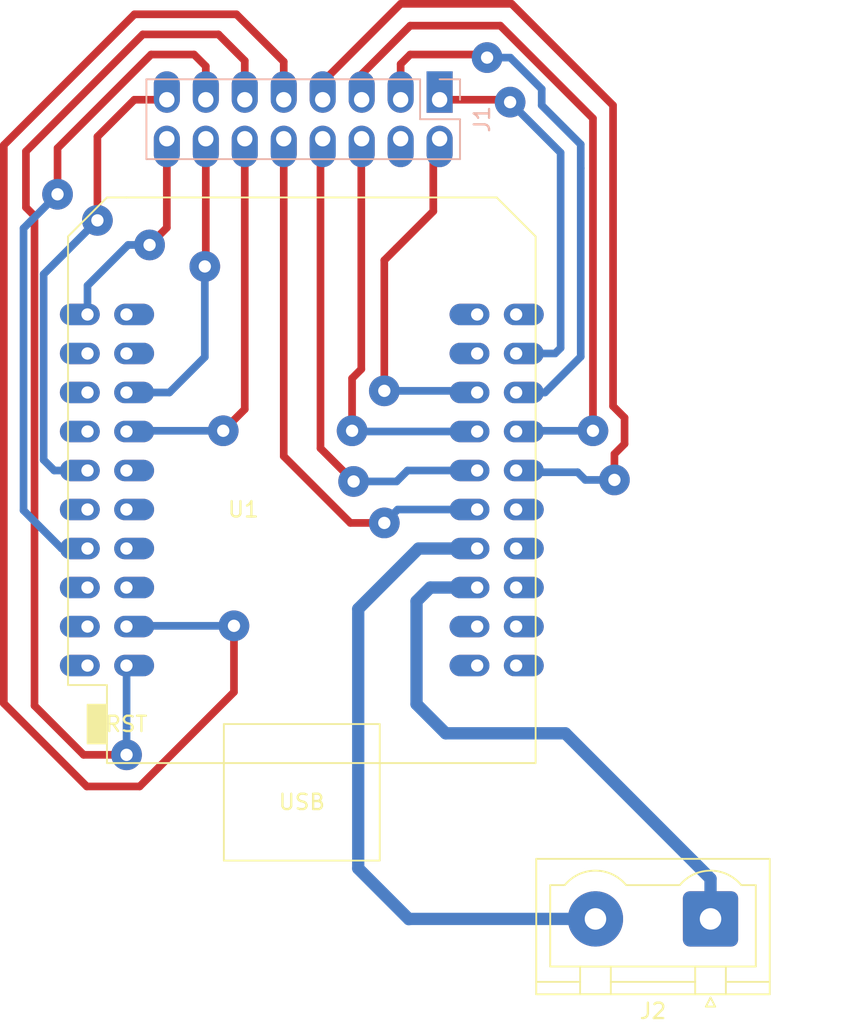
<source format=kicad_pcb>
(kicad_pcb (version 20211014) (generator pcbnew)
  (layers (0 "F.Cu" signal) (31 "B.Cu" signal) (34 "B.Paste" user) (35 "F.Paste" user) (36 "B.SilkS" user "B.Silkscreen") (37 "F.SilkS" user "F.Silkscreen") (38 "B.Mask" user) (39 "F.Mask" user) (44 "Edge.Cuts" user))
  (net 0 "")
  (net 1 "Net-(J2-Pad1)")
  (net 2 "Net-(J1-Pad1)")
  (net 8 "Net-(U1-Pad13)")
  (net 13 "Net-(J1-Pad2)")
  (net 14 "Net-(J1-Pad3)")
  (net 18 "Net-(J1-Pad5)")
  (net 19 "Net-(J1-Pad6)")
  (net 20 "Net-(J1-Pad7)")
  (net 22 "Net-(J1-Pad8)")
  (net 23 "Net-(U1-Pad20)")
  (net 24 "Net-(J1-Pad10)")
  (net 25 "Net-(U1-Pad9)")
  (net 26 "Net-(J1-Pad12)")
  (net 27 "Net-(J1-Pad14)")
  (net 28 "Net-(U1-Pad18)")
  (net 29 "Net-(J1-Pad16)")
  (footprint "Connector_Phoenix_GMSTB:PhoenixContact_GMSTBVA_2,5_2-G_1x02_P7.50mm_Vertical" (layer "F.Cu") (at 151.264 138.684 180)
    (fp_text reference "J2" (at 3.75 -6) (layer "F.SilkS"))
    (fp_text value "Power")
    (fp_line (start 0 -5.11) (end -0.3 -5.71) (layer "F.SilkS") (width 0.12))
    (fp_line (start 8.5 -3.1) (end 6.5 -3.1) (layer "F.SilkS") (width 0.12))
    (fp_line (start -1 -3.1) (end -1 -4.91) (layer "F.SilkS") (width 0.12))
    (fp_line (start 10.45 -3.1) (end 10.45 2.2) (layer "F.SilkS") (width 0.12))
    (fp_line (start 11.36 -4.91) (end -3.86 -4.91) (layer "F.SilkS") (width 0.12))
    (fp_line (start 2 2.2) (end 5.5 2.2) (layer "F.SilkS") (width 0.12))
    (fp_line (start -1 -4.91) (end 1 -4.91) (layer "F.SilkS") (width 0.12))
    (fp_line (start -2.95 2.2) (end -2.95 -3.1) (layer "F.SilkS") (width 0.12))
    (fp_line (start -3.86 -4.91) (end -3.86 3.91) (layer "F.SilkS") (width 0.12))
    (fp_line (start 1 -3.1) (end -1 -3.1) (layer "F.SilkS") (width 0.12))
    (fp_line (start 10.45 2.2) (end 9.5 2.2) (layer "F.SilkS") (width 0.12))
    (fp_line (start 6.5 -4.91) (end 8.5 -4.91) (layer "F.SilkS") (width 0.12))
    (fp_line (start -0.3 -5.71) (end 0.3 -5.71) (layer "F.SilkS") (width 0.12))
    (fp_line (start 1 -4.1) (end 6.5 -4.1) (layer "F.SilkS") (width 0.12))
    (fp_line (start 6.5 -3.1) (end 6.5 -4.91) (layer "F.SilkS") (width 0.12))
    (fp_line (start -2.95 -3.1) (end 10.45 -3.1) (layer "F.SilkS") (width 0.12))
    (fp_line (start -3.86 -4.1) (end -1.11 -4.1) (layer "F.SilkS") (width 0.12))
    (fp_line (start 1 -4.91) (end 1 -3.1) (layer "F.SilkS") (width 0.12))
    (fp_line (start -3.86 3.91) (end 11.36 3.91) (layer "F.SilkS") (width 0.12))
    (fp_line (start 11.36 -4.1) (end 8.61 -4.1) (layer "F.SilkS") (width 0.12))
    (fp_line (start 0.3 -5.71) (end 0 -5.11) (layer "F.SilkS") (width 0.12))
    (fp_line (start 8.5 -4.91) (end 8.5 -3.1) (layer "F.SilkS") (width 0.12))
    (fp_line (start 11.36 3.91) (end 11.36 -4.91) (layer "F.SilkS") (width 0.12))
    (fp_line (start -2 2.2) (end -2.95 2.2) (layer "F.SilkS") (width 0.12))
    (fp_arc (start 1.986842 2.215821) (mid -0.010289 3.142758) (end -2 2.2) (layer "F.SilkS") (width 0.12))
    (fp_arc (start 9.486842 2.215821) (mid 7.489711 3.142758) (end 5.5 2.2) (layer "F.SilkS") (width 0.12))
    (pad "1" thru_hole roundrect (at 0 0 180) (size 3.6 3.6) (drill 1.4) (layers *.Cu *.Mask) (roundrect_rratio 0.125) (net 1 "Net-(J2-Pad1)"))
    (pad "2" thru_hole oval (at 7.5 0 180) (size 3.6 3.6) (drill 1.4) (layers *.Cu *.Mask) (net 29 "Net-(J1-Pad16)"))
  )
  (footprint "ESP32_mini:ESP32_mini" (layer "F.Cu") (at 124.623 110.757)
    (fp_text reference "U1" (at -3.81 1.27) (layer "F.SilkS"))
    (fp_text value "mini_esp32")
    (fp_text user "USB" (at 0 20.32) (layer "F.SilkS"))
    (fp_text user "RST" (at -11.43 15.24) (layer "F.SilkS"))
    (fp_line (start 5.08 15.24) (end 5.08 17.78) (layer "F.SilkS") (width 0.12))
    (fp_line (start -15.24 12.7) (end -12.7 12.7) (layer "F.SilkS") (width 0.12))
    (fp_line (start -5.08 15.24) (end 5.08 15.24) (layer "F.SilkS") (width 0.12))
    (fp_line (start -12.7 17.78) (end 15.24 17.78) (layer "F.SilkS") (width 0.12))
    (fp_line (start -5.08 17.78) (end -5.08 15.24) (layer "F.SilkS") (width 0.12))
    (fp_line (start -12.7 12.7) (end -12.7 17.78) (layer "F.SilkS") (width 0.12))
    (fp_line (start -5.08 17.78) (end -5.08 24.13) (layer "F.SilkS") (width 0.12))
    (fp_line (start 12.7 -19.05) (end -11.43 -19.05) (layer "F.SilkS") (width 0.12))
    (fp_line (start 15.24 -16.51) (end 15.24 17.78) (layer "F.SilkS") (width 0.12))
    (fp_line (start 12.7 -19.05) (end 15.24 -16.51) (layer "F.SilkS") (width 0.12))
    (fp_line (start 5.08 24.13) (end 5.08 17.78) (layer "F.SilkS") (width 0.12))
    (fp_line (start -5.08 24.13) (end 5.08 24.13) (layer "F.SilkS") (width 0.12))
    (fp_line (start -12.7 -19.05) (end -11.43 -19.05) (layer "F.SilkS") (width 0.12))
    (fp_line (start -15.24 -16.51) (end -15.24 12.7) (layer "F.SilkS") (width 0.12))
    (fp_line (start -12.7 -19.05) (end -15.24 -16.51) (layer "F.SilkS") (width 0.12))
    (fp_poly (pts (xy -13.97 16.51) (xy -13.97 13.97) (xy -12.7 13.97) (xy -12.7 16.51)) (layer "F.SilkS") (width 0.1) (fill solid))
    (pad "1" thru_hole oval locked (at -13.97 -11.43 270) (size 1.4 2.6) (drill 0.8 (offset 0 0.5)) (layers *.Cu *.Mask) (net 29 "Net-(J1-Pad16)"))
    (pad "2" thru_hole oval locked (at -11.43 -11.43 270) (size 1.4 2.6) (drill 0.8 (offset 0 -0.5)) (layers *.Cu *.Mask))
    (pad "3" thru_hole oval locked (at -13.97 -8.89 270) (size 1.4 2.6) (drill 0.8 (offset 0 0.5)) (layers *.Cu *.Mask))
    (pad "4" thru_hole oval locked (at -11.43 -8.89 270) (size 1.4 2.6) (drill 0.8 (offset 0 -0.5)) (layers *.Cu *.Mask))
    (pad "5" thru_hole oval locked (at -13.97 -6.35 270) (size 1.4 2.6) (drill 0.8 (offset 0 0.5)) (layers *.Cu *.Mask))
    (pad "6" thru_hole oval locked (at -11.43 -6.35 270) (size 1.4 2.6) (drill 0.8 (offset 0 -0.5)) (layers *.Cu *.Mask) (net 27 "Net-(J1-Pad14)"))
    (pad "7" thru_hole oval locked (at -13.97 -3.81 270) (size 1.4 2.6) (drill 0.8 (offset 0 0.5)) (layers *.Cu *.Mask))
    (pad "8" thru_hole oval locked (at -11.43 -3.81 270) (size 1.4 2.6) (drill 0.8 (offset 0 -0.5)) (layers *.Cu *.Mask) (net 26 "Net-(J1-Pad12)"))
    (pad "9" thru_hole oval locked (at -13.97 -1.27 270) (size 1.4 2.6) (drill 0.8 (offset 0 0.5)) (layers *.Cu *.Mask) (net 25 "Net-(U1-Pad9)"))
    (pad "10" thru_hole oval locked (at -11.43 -1.27 270) (size 1.4 2.6) (drill 0.8 (offset 0 -0.5)) (layers *.Cu *.Mask))
    (pad "11" thru_hole oval locked (at -13.97 1.27 270) (size 1.4 2.6) (drill 0.8 (offset 0 0.5)) (layers *.Cu *.Mask))
    (pad "12" thru_hole oval locked (at -11.43 1.27 270) (size 1.4 2.6) (drill 0.8 (offset 0 -0.5)) (layers *.Cu *.Mask))
    (pad "13" thru_hole oval locked (at -13.97 3.81 270) (size 1.4 2.6) (drill 0.8 (offset 0 0.5)) (layers *.Cu *.Mask) (net 8 "Net-(U1-Pad13)"))
    (pad "14" thru_hole oval locked (at -11.43 3.81 270) (size 1.4 2.6) (drill 0.8 (offset 0 -0.5)) (layers *.Cu *.Mask))
    (pad "15" thru_hole oval locked (at -13.97 6.35 270) (size 1.4 2.6) (drill 0.8 (offset 0 0.5)) (layers *.Cu *.Mask))
    (pad "16" thru_hole oval locked (at -11.43 6.35 270) (size 1.4 2.6) (drill 0.8 (offset 0 -0.5)) (layers *.Cu *.Mask))
    (pad "17" thru_hole oval locked (at -13.97 8.89 270) (size 1.4 2.6) (drill 0.8 (offset 0 0.5)) (layers *.Cu *.Mask))
    (pad "18" thru_hole oval locked (at -11.43 8.89 270) (size 1.4 2.6) (drill 0.8 (offset 0 -0.5)) (layers *.Cu *.Mask) (net 28 "Net-(U1-Pad18)"))
    (pad "19" thru_hole oval locked (at -13.97 11.43 270) (size 1.4 2.6) (drill 0.8 (offset 0 0.5)) (layers *.Cu *.Mask))
    (pad "20" thru_hole oval locked (at -11.43 11.43 270) (size 1.4 2.6) (drill 0.8 (offset 0 -0.5)) (layers *.Cu *.Mask) (net 23 "Net-(U1-Pad20)"))
    (pad "21" thru_hole oval locked (at 11.43 -11.43 270) (size 1.4 2.6) (drill 0.8 (offset 0 0.5)) (layers *.Cu *.Mask))
    (pad "22" thru_hole oval locked (at 13.97 -11.43 270) (size 1.4 2.6) (drill 0.8 (offset 0 -0.5)) (layers *.Cu *.Mask) (net 29 "Net-(J1-Pad16)"))
    (pad "23" thru_hole oval locked (at 11.43 -8.89 270) (size 1.4 2.6) (drill 0.8 (offset 0 0.5)) (layers *.Cu *.Mask))
    (pad "24" thru_hole oval locked (at 13.97 -8.89 270) (size 1.4 2.6) (drill 0.8 (offset 0 -0.5)) (layers *.Cu *.Mask) (net 2 "Net-(J1-Pad1)"))
    (pad "25" thru_hole oval locked (at 11.43 -6.35 270) (size 1.4 2.6) (drill 0.8 (offset 0 0.5)) (layers *.Cu *.Mask) (net 13 "Net-(J1-Pad2)"))
    (pad "26" thru_hole oval locked (at 13.97 -6.35 270) (size 1.4 2.6) (drill 0.8 (offset 0 -0.5)) (layers *.Cu *.Mask) (net 14 "Net-(J1-Pad3)"))
    (pad "27" thru_hole oval locked (at 11.43 -3.81 270) (size 1.4 2.6) (drill 0.8 (offset 0 0.5)) (layers *.Cu *.Mask) (net 19 "Net-(J1-Pad6)"))
    (pad "28" thru_hole oval locked (at 13.97 -3.81 270) (size 1.4 2.6) (drill 0.8 (offset 0 -0.5)) (layers *.Cu *.Mask) (net 18 "Net-(J1-Pad5)"))
    (pad "29" thru_hole oval locked (at 11.43 -1.27 270) (size 1.4 2.6) (drill 0.8 (offset 0 0.5)) (layers *.Cu *.Mask) (net 22 "Net-(J1-Pad8)"))
    (pad "30" thru_hole oval locked (at 13.97 -1.27 270) (size 1.4 2.6) (drill 0.8 (offset 0 -0.5)) (layers *.Cu *.Mask) (net 20 "Net-(J1-Pad7)"))
    (pad "31" thru_hole oval locked (at 11.43 1.27 270) (size 1.4 2.6) (drill 0.8 (offset 0 0.5)) (layers *.Cu *.Mask) (net 24 "Net-(J1-Pad10)"))
    (pad "32" thru_hole oval locked (at 13.97 1.27 270) (size 1.4 2.6) (drill 0.8 (offset 0 -0.5)) (layers *.Cu *.Mask))
    (pad "33" thru_hole oval locked (at 11.43 3.81 270) (size 1.4 2.6) (drill 0.8 (offset 0 0.5)) (layers *.Cu *.Mask) (net 29 "Net-(J1-Pad16)"))
    (pad "34" thru_hole oval locked (at 13.97 3.81 270) (size 1.4 2.6) (drill 0.8 (offset 0 -0.5)) (layers *.Cu *.Mask))
    (pad "35" thru_hole oval locked (at 11.43 6.35 270) (size 1.4 2.6) (drill 0.8 (offset 0 0.5)) (layers *.Cu *.Mask) (net 1 "Net-(J2-Pad1)"))
    (pad "36" thru_hole oval locked (at 13.97 6.35 270) (size 1.4 2.6) (drill 0.8 (offset 0 -0.5)) (layers *.Cu *.Mask))
    (pad "37" thru_hole oval locked (at 11.43 8.89 270) (size 1.4 2.6) (drill 0.8 (offset 0 0.5)) (layers *.Cu *.Mask))
    (pad "38" thru_hole oval locked (at 13.97 8.89 270) (size 1.4 2.6) (drill 0.8 (offset 0 -0.5)) (layers *.Cu *.Mask))
    (pad "39" thru_hole oval locked (at 11.43 11.43 270) (size 1.4 2.6) (drill 0.8 (offset 0 0.5)) (layers *.Cu *.Mask))
    (pad "40" thru_hole oval locked (at 13.97 11.43 270) (size 1.4 2.6) (drill 0.8 (offset 0 -0.5)) (layers *.Cu *.Mask))
  )
  (footprint "Connector_PinSocket_2.54mm:PinSocket_2x08_P2.54mm_Vertical" (layer "B.Cu") (at 133.604 85.344 90)
    (fp_text reference "J1" (at -1.27 2.77 90) (layer "B.SilkS"))
    (fp_text value "PUT_IN")
    (fp_line (start 1.33 1.33) (end 1.33 0) (layer "B.SilkS") (width 0.12))
    (fp_line (start -3.87 1.33) (end -1.27 1.33) (layer "B.SilkS") (width 0.12))
    (fp_line (start -1.27 -1.27) (end 1.33 -1.27) (layer "B.SilkS") (width 0.12))
    (fp_line (start -3.87 1.33) (end -3.87 -19.11) (layer "B.SilkS") (width 0.12))
    (fp_line (start -3.87 -19.11) (end 1.33 -19.11) (layer "B.SilkS") (width 0.12))
    (fp_line (start 0 1.33) (end 1.33 1.33) (layer "B.SilkS") (width 0.12))
    (fp_line (start 1.33 -1.27) (end 1.33 -19.11) (layer "B.SilkS") (width 0.12))
    (fp_line (start -1.27 1.33) (end -1.27 -1.27) (layer "B.SilkS") (width 0.12))
    (pad "1" thru_hole rect (at 0 0 90) (size 2.7 1.7) (drill 1 (offset 0.5 0)) (layers *.Cu *.Mask) (net 2 "Net-(J1-Pad1)"))
    (pad "2" thru_hole oval (at -2.54 0 90) (size 2.7 1.7) (drill 1 (offset -0.5 0)) (layers *.Cu *.Mask) (net 13 "Net-(J1-Pad2)"))
    (pad "3" thru_hole oval (at 0 -2.54 90) (size 2.7 1.7) (drill 1 (offset 0.5 0)) (layers *.Cu *.Mask) (net 14 "Net-(J1-Pad3)"))
    (pad "4" thru_hole oval (at -2.54 -2.54 90) (size 2.7 1.7) (drill 1 (offset -0.5 0)) (layers *.Cu *.Mask))
    (pad "5" thru_hole oval (at 0 -5.08 90) (size 2.7 1.7) (drill 1 (offset 0.5 0)) (layers *.Cu *.Mask) (net 18 "Net-(J1-Pad5)"))
    (pad "6" thru_hole oval (at -2.54 -5.08 90) (size 2.7 1.7) (drill 1 (offset -0.5 0)) (layers *.Cu *.Mask) (net 19 "Net-(J1-Pad6)"))
    (pad "7" thru_hole oval (at 0 -7.62 90) (size 2.7 1.7) (drill 1 (offset 0.5 0)) (layers *.Cu *.Mask) (net 20 "Net-(J1-Pad7)"))
    (pad "8" thru_hole oval (at -2.54 -7.62 90) (size 2.7 1.7) (drill 1 (offset -0.5 0)) (layers *.Cu *.Mask) (net 22 "Net-(J1-Pad8)"))
    (pad "9" thru_hole oval (at 0 -10.16 90) (size 2.7 1.7) (drill 1 (offset 0.5 0)) (layers *.Cu *.Mask) (net 28 "Net-(U1-Pad18)"))
    (pad "10" thru_hole oval (at -2.54 -10.16 90) (size 2.7 1.7) (drill 1 (offset -0.5 0)) (layers *.Cu *.Mask) (net 24 "Net-(J1-Pad10)"))
    (pad "11" thru_hole oval (at 0 -12.7 90) (size 2.7 1.7) (drill 1 (offset 0.5 0)) (layers *.Cu *.Mask) (net 23 "Net-(U1-Pad20)"))
    (pad "12" thru_hole oval (at -2.54 -12.7 90) (size 2.7 1.7) (drill 1 (offset -0.5 0)) (layers *.Cu *.Mask) (net 26 "Net-(J1-Pad12)"))
    (pad "13" thru_hole oval (at 0 -15.24 90) (size 2.7 1.7) (drill 1 (offset 0.5 0)) (layers *.Cu *.Mask) (net 8 "Net-(U1-Pad13)"))
    (pad "14" thru_hole oval (at -2.54 -15.24 90) (size 2.7 1.7) (drill 1 (offset -0.5 0)) (layers *.Cu *.Mask) (net 27 "Net-(J1-Pad14)"))
    (pad "15" thru_hole oval (at 0 -17.78 90) (size 2.7 1.7) (drill 1 (offset 0.5 0)) (layers *.Cu *.Mask) (net 25 "Net-(U1-Pad9)"))
    (pad "16" thru_hole oval (at -2.54 -17.78 90) (size 2.7 1.7) (drill 1 (offset -0.5 0)) (layers *.Cu *.Mask) (net 29 "Net-(J1-Pad16)"))
  )
  (segment (start 151.264 136.064) (end 141.8 126.6) (width 0.8) (layer "B.Cu") (net 1))
  (segment (start 132.993 117.107) (end 136.053 117.107) (width 0.8) (layer "B.Cu") (net 1))
  (segment (start 151.264 138.684) (end 151.264 136.064) (width 0.8) (layer "B.Cu") (net 1))
  (segment (start 132.1 118) (end 132.993 117.107) (width 0.8) (layer "B.Cu") (net 1))
  (segment (start 134 126.6) (end 132.1 124.7) (width 0.8) (layer "B.Cu") (net 1))
  (segment (start 132.1 124.7) (end 132.1 118) (width 0.8) (layer "B.Cu") (net 1))
  (segment (start 141.8 126.6) (end 134 126.6) (width 0.8) (layer "B.Cu") (net 1))
  (segment (start 133.604 85.344) (end 138.044 85.344) (width 0.5) (layer "F.Cu") (net 2))
  (segment (start 138.044 85.344) (end 138.2 85.5) (width 0.5) (layer "F.Cu") (net 2))
  (via (at 138.2 85.5) (size 2) (drill 0.8) (layers "F.Cu" "B.Cu") (net 2))
  (segment (start 141.492519 101.507481) (end 141.133 101.867) (width 0.5) (layer "B.Cu") (net 2))
  (segment (start 141.133 101.867) (end 138.593 101.867) (width 0.5) (layer "B.Cu") (net 2))
  (segment (start 141.49252 88.79252) (end 141.492519 101.507481) (width 0.5) (layer "B.Cu") (net 2))
  (segment (start 138.2 85.5) (end 141.49252 88.79252) (width 0.5) (layer "B.Cu") (net 2))
  (segment (start 117.6 82.4) (end 114.8 82.4) (width 0.5) (layer "F.Cu") (net 8))
  (segment (start 118.364 83.164) (end 117.6 82.4) (width 0.5) (layer "F.Cu") (net 8))
  (segment (start 118.364 85.344) (end 118.364 83.164) (width 0.5) (layer "F.Cu") (net 8))
  (segment (start 108.7 88.5) (end 108.7 91.5) (width 0.5) (layer "F.Cu") (net 8))
  (segment (start 114.8 82.4) (end 108.7 88.5) (width 0.5) (layer "F.Cu") (net 8))
  (via (at 108.7 91.5) (size 2) (drill 0.8) (layers "F.Cu" "B.Cu") (net 8))
  (segment (start 108.967 114.567) (end 110.653 114.567) (width 0.5) (layer "B.Cu") (net 8))
  (segment (start 106.48396 112.08396) (end 108.967 114.567) (width 0.5) (layer "B.Cu") (net 8))
  (segment (start 106.48396 93.71604) (end 106.48396 112.08396) (width 0.5) (layer "B.Cu") (net 8))
  (segment (start 108.7 91.5) (end 106.48396 93.71604) (width 0.5) (layer "B.Cu") (net 8))
  (segment (start 130 95.8) (end 130 104.3) (width 0.5) (layer "F.Cu") (net 13))
  (segment (start 133.604 87.884) (end 133.19348 88.29452) (width 0.5) (layer "F.Cu") (net 13))
  (segment (start 130.8 95) (end 130 95.8) (width 0.5) (layer "F.Cu") (net 13))
  (segment (start 133.19348 92.60652) (end 130.8 95) (width 0.5) (layer "F.Cu") (net 13))
  (segment (start 133.19348 88.29452) (end 133.19348 92.60652) (width 0.5) (layer "F.Cu") (net 13))
  (via (at 130 104.3) (size 2) (drill 0.8) (layers "F.Cu" "B.Cu") (net 13))
  (segment (start 130 104.3) (end 135.946 104.3) (width 0.5) (layer "B.Cu") (net 13))
  (segment (start 135.946 104.3) (end 136.053 104.407) (width 0.5) (layer "B.Cu") (net 13))
  (segment (start 131.688978 82.4) (end 136.5 82.4) (width 0.5) (layer "F.Cu") (net 14))
  (segment (start 136.5 82.4) (end 136.7 82.6) (width 0.5) (layer "F.Cu") (net 14))
  (segment (start 131.064 83.024978) (end 131.688978 82.4) (width 0.5) (layer "F.Cu") (net 14))
  (segment (start 131.064 85.344) (end 131.064 83.024978) (width 0.5) (layer "F.Cu") (net 14))
  (via (at 136.7 82.6) (size 2) (drill 0.8) (layers "F.Cu" "B.Cu") (net 14))
  (segment (start 142.80204 88.2501) (end 142.802039 89.802039) (width 0.5) (layer "B.Cu") (net 14))
  (segment (start 140.473226 104.407) (end 138.593 104.407) (width 0.5) (layer "B.Cu") (net 14))
  (segment (start 136.7 82.6) (end 138.212589 82.6) (width 0.5) (layer "B.Cu") (net 14))
  (segment (start 142.802039 89.802039) (end 142.802039 102.078187) (width 0.5) (layer "B.Cu") (net 14))
  (segment (start 140.259511 84.646922) (end 140.259511 85.707571) (width 0.5) (layer "B.Cu") (net 14))
  (segment (start 140.259511 85.707571) (end 142.80204 88.2501) (width 0.5) (layer "B.Cu") (net 14))
  (segment (start 138.212589 82.6) (end 140.259511 84.646922) (width 0.5) (layer "B.Cu") (net 14))
  (segment (start 142.802039 102.078187) (end 140.473226 104.407) (width 0.5) (layer "B.Cu") (net 14))
  (segment (start 128.524 83.684752) (end 131.688263 80.520489) (width 0.5) (layer "F.Cu") (net 18))
  (segment (start 128.524 85.344) (end 128.524 83.684752) (width 0.5) (layer "F.Cu") (net 18))
  (segment (start 131.688263 80.520489) (end 137.561363 80.520489) (width 0.5) (layer "F.Cu") (net 18))
  (segment (start 137.561363 80.520489) (end 143.6 86.559126) (width 0.5) (layer "F.Cu") (net 18))
  (segment (start 143.6 86.559126) (end 143.6 106.9) (width 0.5) (layer "F.Cu") (net 18))
  (via (at 143.6 106.9) (size 2) (drill 0.8) (layers "F.Cu" "B.Cu") (net 18))
  (segment (start 143.6 106.9) (end 138.64 106.9) (width 0.5) (layer "B.Cu") (net 18))
  (segment (start 138.64 106.9) (end 138.593 106.947) (width 0.5) (layer "B.Cu") (net 18))
  (segment (start 128.5 102.887411) (end 127.9 103.487411) (width 0.5) (layer "F.Cu") (net 19))
  (segment (start 128.524 87.884) (end 128.5 87.908) (width 0.5) (layer "F.Cu") (net 19))
  (segment (start 128.5 87.908) (end 128.5 102.887411) (width 0.5) (layer "F.Cu") (net 19))
  (segment (start 127.9 103.487411) (end 127.9 106.9) (width 0.5) (layer "F.Cu") (net 19))
  (via (at 127.9 106.9) (size 2) (drill 0.8) (layers "F.Cu" "B.Cu") (net 19))
  (segment (start 127.9 106.9) (end 127.947 106.947) (width 0.5) (layer "B.Cu") (net 19))
  (segment (start 127.947 106.947) (end 136.053 106.947) (width 0.5) (layer "B.Cu") (net 19))
  (segment (start 144.90952 105.296931) (end 145.659511 106.046922) (width 0.5) (layer "F.Cu") (net 20))
  (segment (start 145.659511 106.046922) (end 145.659511 107.753078) (width 0.5) (layer "F.Cu") (net 20))
  (segment (start 131.067531 79.1) (end 138.3 79.1) (width 0.5) (layer "F.Cu") (net 20))
  (segment (start 138.3 79.1) (end 144.90952 85.70952) (width 0.5) (layer "F.Cu") (net 20))
  (segment (start 125.984 84.183531) (end 131.067531 79.1) (width 0.5) (layer "F.Cu") (net 20))
  (segment (start 144.90952 85.70952) (end 144.90952 105.296931) (width 0.5) (layer "F.Cu") (net 20))
  (segment (start 145.659511 107.753078) (end 145 108.412589) (width 0.5) (layer "F.Cu") (net 20))
  (segment (start 145 108.412589) (end 145 110.1) (width 0.5) (layer "F.Cu") (net 20))
  (segment (start 125.984 85.344) (end 125.984 84.183531) (width 0.5) (layer "F.Cu") (net 20))
  (via (at 145 110.1) (size 2) (drill 0.8) (layers "F.Cu" "B.Cu") (net 20))
  (segment (start 142.6 109.6) (end 138.706 109.6) (width 0.5) (layer "B.Cu") (net 20))
  (segment (start 138.706 109.6) (end 138.593 109.487) (width 0.5) (layer "B.Cu") (net 20))
  (segment (start 143.1 110.1) (end 145 110.1) (width 0.5) (layer "B.Cu") (net 20))
  (segment (start 143.1 110.1) (end 142.6 109.6) (width 0.5) (layer "B.Cu") (net 20))
  (segment (start 125.984 87.884) (end 125.840489 88.027511) (width 0.5) (layer "F.Cu") (net 22))
  (segment (start 125.840489 88.027511) (end 125.840489 108.040489) (width 0.5) (layer "F.Cu") (net 22))
  (segment (start 125.840489 108.040489) (end 128 110.2) (width 0.5) (layer "F.Cu") (net 22))
  (via (at 128 110.2) (size 2) (drill 0.8) (layers "F.Cu" "B.Cu") (net 22))
  (segment (start 130.8 110.2) (end 131.513 109.487) (width 0.5) (layer "B.Cu") (net 22))
  (segment (start 128 110.2) (end 130.8 110.2) (width 0.5) (layer "B.Cu") (net 22))
  (segment (start 131.513 109.487) (end 136.053 109.487) (width 0.5) (layer "B.Cu") (net 22))
  (segment (start 107.2 124.8) (end 110.4 128) (width 0.5) (layer "F.Cu") (net 23))
  (segment (start 114.25758 81.09048) (end 106.640489 88.707571) (width 0.5) (layer "F.Cu") (net 23))
  (segment (start 110.4 128) (end 113.2 128) (width 0.5) (layer "F.Cu") (net 23))
  (segment (start 106.640489 88.707571) (end 106.640489 92.353078) (width 0.5) (layer "F.Cu") (net 23))
  (segment (start 107.2 92.912589) (end 107.2 124.8) (width 0.5) (layer "F.Cu") (net 23))
  (segment (start 120.904 85.344) (end 120.904 82.804) (width 0.5) (layer "F.Cu") (net 23))
  (segment (start 119.19048 81.09048) (end 114.25758 81.09048) (width 0.5) (layer "F.Cu") (net 23))
  (segment (start 120.904 82.804) (end 119.19048 81.09048) (width 0.5) (layer "F.Cu") (net 23))
  (segment (start 106.640489 92.353078) (end 107.2 92.912589) (width 0.5) (layer "F.Cu") (net 23))
  (via (at 113.2 128) (size 2) (drill 0.8) (layers "F.Cu" "B.Cu") (net 23))
  (segment (start 113.2 128) (end 113.2 122.194) (width 0.5) (layer "B.Cu") (net 23))
  (segment (start 113.2 122.194) (end 113.193 122.187) (width 0.5) (layer "B.Cu") (net 23))
  (segment (start 123.444 108.556589) (end 127.787411 112.9) (width 0.5) (layer "F.Cu") (net 24))
  (segment (start 127.787411 112.9) (end 130 112.9) (width 0.5) (layer "F.Cu") (net 24))
  (segment (start 123.444 87.884) (end 123.444 108.556589) (width 0.5) (layer "F.Cu") (net 24))
  (via (at 130 112.9) (size 2) (drill 0.8) (layers "F.Cu" "B.Cu") (net 24))
  (segment (start 130.873 112.027) (end 136.053 112.027) (width 0.5) (layer "B.Cu") (net 24))
  (segment (start 130 112.9) (end 130.873 112.027) (width 0.5) (layer "B.Cu") (net 24))
  (segment (start 111.3 87.75194) (end 111.3 93.2) (width 0.5) (layer "F.Cu") (net 25))
  (segment (start 115.824 85.344) (end 113.70794 85.344) (width 0.5) (layer "F.Cu") (net 25))
  (segment (start 113.70794 85.344) (end 111.3 87.75194) (width 0.5) (layer "F.Cu") (net 25))
  (via (at 111.3 93.2) (size 2) (drill 0.8) (layers "F.Cu" "B.Cu") (net 25))
  (segment (start 111.3 93.2) (end 107.79348 96.70652) (width 0.5) (layer "B.Cu") (net 25))
  (segment (start 107.79348 96.70652) (end 107.79348 108.79348) (width 0.5) (layer "B.Cu") (net 25))
  (segment (start 108.487 109.487) (end 110.653 109.487) (width 0.5) (layer "B.Cu") (net 25))
  (segment (start 107.79348 108.79348) (end 108.487 109.487) (width 0.5) (layer "B.Cu") (net 25))
  (segment (start 120.904 87.884) (end 120.904 105.496) (width 0.5) (layer "F.Cu") (net 26))
  (segment (start 120.904 105.496) (end 119.5 106.9) (width 0.5) (layer "F.Cu") (net 26))
  (via (at 119.5 106.9) (size 2) (drill 0.8) (layers "F.Cu" "B.Cu") (net 26))
  (segment (start 113.24 106.9) (end 113.193 106.947) (width 0.5) (layer "B.Cu") (net 26))
  (segment (start 119.5 106.9) (end 113.24 106.9) (width 0.5) (layer "B.Cu") (net 26))
  (segment (start 118.364 96.136) (end 118.3 96.2) (width 0.5) (layer "F.Cu") (net 27))
  (segment (start 118.364 87.884) (end 118.364 96.136) (width 0.5) (layer "F.Cu") (net 27))
  (via (at 118.3 96.2) (size 2) (drill 0.8) (layers "F.Cu" "B.Cu") (net 27))
  (segment (start 115.993 104.407) (end 113.193 104.407) (width 0.5) (layer "B.Cu") (net 27))
  (segment (start 118.3 102.1) (end 115.993 104.407) (width 0.5) (layer "B.Cu") (net 27))
  (segment (start 118.3 96.2) (end 118.3 102.1) (width 0.5) (layer "B.Cu") (net 27))
  (segment (start 114.053078 130.059511) (end 120.2 123.912589) (width 0.5) (layer "F.Cu") (net 28))
  (segment (start 120.361195 79.780961) (end 113.715159 79.780961) (width 0.5) (layer "F.Cu") (net 28))
  (segment (start 120.2 123.912589) (end 120.2 119.6) (width 0.5) (layer "F.Cu") (net 28))
  (segment (start 123.444 85.344) (end 123.444 82.863766) (width 0.5) (layer "F.Cu") (net 28))
  (segment (start 110.607571 130.059511) (end 114.053078 130.059511) (width 0.5) (layer "F.Cu") (net 28))
  (segment (start 105.2 124.65194) (end 110.607571 130.059511) (width 0.5) (layer "F.Cu") (net 28))
  (segment (start 123.444 82.863766) (end 120.361195 79.780961) (width 0.5) (layer "F.Cu") (net 28))
  (segment (start 105.2 88.29612) (end 105.2 124.65194) (width 0.5) (layer "F.Cu") (net 28))
  (segment (start 113.715159 79.780961) (end 105.2 88.29612) (width 0.5) (layer "F.Cu") (net 28))
  (via (at 120.2 119.6) (size 2) (drill 0.8) (layers "F.Cu" "B.Cu") (net 28))
  (segment (start 120.2 119.6) (end 113.24 119.6) (width 0.5) (layer "B.Cu") (net 28))
  (segment (start 113.24 119.6) (end 113.193 119.647) (width 0.5) (layer "B.Cu") (net 28))
  (segment (start 115.824 87.884) (end 115.824 93.676) (width 0.5) (layer "F.Cu") (net 29))
  (segment (start 115.824 93.676) (end 114.7 94.8) (width 0.5) (layer "F.Cu") (net 29))
  (via (at 114.7 94.8) (size 2) (drill 0.8) (layers "F.Cu" "B.Cu") (net 29))
  (segment (start 113.3 94.8) (end 110.653 97.447) (width 0.5) (layer "B.Cu") (net 29))
  (segment (start 132.233 114.567) (end 128.3 118.5) (width 0.8) (layer "B.Cu") (net 29))
  (segment (start 114.7 94.8) (end 113.3 94.8) (width 0.5) (layer "B.Cu") (net 29))
  (segment (start 110.653 97.447) (end 110.653 99.327) (width 0.5) (layer "B.Cu") (net 29))
  (segment (start 131.6 138.7) (end 131.616 138.684) (width 0.8) (layer "B.Cu") (net 29))
  (segment (start 128.3 135.4) (end 131.6 138.7) (width 0.8) (layer "B.Cu") (net 29))
  (segment (start 136.053 114.567) (end 132.233 114.567) (width 0.8) (layer "B.Cu") (net 29))
  (segment (start 128.3 118.5) (end 128.3 135.4) (width 0.8) (layer "B.Cu") (net 29))
  (segment (start 131.616 138.684) (end 143.764 138.684) (width 0.8) (layer "B.Cu") (net 29))
)
</source>
